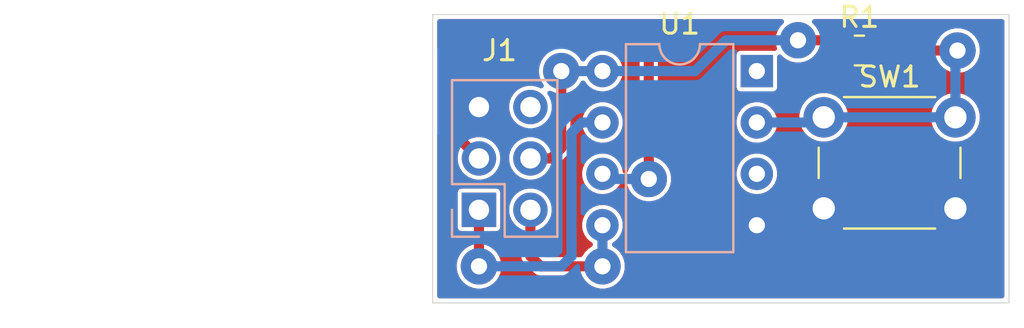
<source format=kicad_pcb>
(kicad_pcb (version 20171130) (host pcbnew 5.1.10-88a1d61d58~88~ubuntu20.10.1)

  (general
    (thickness 1.6)
    (drawings 4)
    (tracks 39)
    (zones 0)
    (modules 4)
    (nets 10)
  )

  (page A4)
  (layers
    (0 F.Cu signal)
    (31 B.Cu signal)
    (32 B.Adhes user)
    (33 F.Adhes user)
    (34 B.Paste user)
    (35 F.Paste user)
    (36 B.SilkS user)
    (37 F.SilkS user)
    (38 B.Mask user)
    (39 F.Mask user)
    (40 Dwgs.User user)
    (41 Cmts.User user)
    (42 Eco1.User user)
    (43 Eco2.User user)
    (44 Edge.Cuts user)
    (45 Margin user)
    (46 B.CrtYd user)
    (47 F.CrtYd user)
    (48 B.Fab user)
    (49 F.Fab user)
  )

  (setup
    (last_trace_width 0.5)
    (trace_clearance 0.1)
    (zone_clearance 0.2)
    (zone_45_only no)
    (trace_min 0.2)
    (via_size 1.8)
    (via_drill 0.8)
    (via_min_size 0.4)
    (via_min_drill 0.8)
    (uvia_size 0.3)
    (uvia_drill 0.1)
    (uvias_allowed no)
    (uvia_min_size 0.2)
    (uvia_min_drill 0.1)
    (edge_width 0.05)
    (segment_width 0.2)
    (pcb_text_width 0.3)
    (pcb_text_size 1.5 1.5)
    (mod_edge_width 0.12)
    (mod_text_size 1 1)
    (mod_text_width 0.15)
    (pad_size 1.524 1.524)
    (pad_drill 0.762)
    (pad_to_mask_clearance 0)
    (aux_axis_origin 0 0)
    (visible_elements FFFFFF7F)
    (pcbplotparams
      (layerselection 0x010fc_ffffffff)
      (usegerberextensions false)
      (usegerberattributes true)
      (usegerberadvancedattributes true)
      (creategerberjobfile true)
      (excludeedgelayer true)
      (linewidth 0.100000)
      (plotframeref false)
      (viasonmask false)
      (mode 1)
      (useauxorigin false)
      (hpglpennumber 1)
      (hpglpenspeed 20)
      (hpglpendiameter 15.000000)
      (psnegative false)
      (psa4output false)
      (plotreference true)
      (plotvalue true)
      (plotinvisibletext false)
      (padsonsilk false)
      (subtractmaskfromsilk false)
      (outputformat 1)
      (mirror false)
      (drillshape 1)
      (scaleselection 1)
      (outputdirectory ""))
  )

  (net 0 "")
  (net 1 GND)
  (net 2 +3V3)
  (net 3 "Net-(U1-Pad1)")
  (net 4 /SCL)
  (net 5 /SDA)
  (net 6 "Net-(J1-Pad6)")
  (net 7 /Intr)
  (net 8 "Net-(R1-Pad2)")
  (net 9 "Net-(U1-Pad3)")

  (net_class Default "This is the default net class."
    (clearance 0.1)
    (trace_width 0.5)
    (via_dia 1.8)
    (via_drill 0.8)
    (uvia_dia 0.3)
    (uvia_drill 0.1)
    (add_net +3V3)
    (add_net /Intr)
    (add_net /SCL)
    (add_net /SDA)
    (add_net GND)
    (add_net "Net-(J1-Pad6)")
    (add_net "Net-(R1-Pad2)")
    (add_net "Net-(U1-Pad1)")
    (add_net "Net-(U1-Pad3)")
  )

  (module Connector_PinHeader_2.54mm:PinHeader_2x03_P2.54mm_Vertical (layer B.Cu) (tedit 59FED5CC) (tstamp 60BE4215)
    (at 129.286 113.538)
    (descr "Through hole straight pin header, 2x03, 2.54mm pitch, double rows")
    (tags "Through hole pin header THT 2x03 2.54mm double row")
    (path /60BE041A)
    (fp_text reference J1 (at 1.016 -7.874) (layer F.SilkS)
      (effects (font (size 1 1) (thickness 0.15)))
    )
    (fp_text value Conn_02x03_Counter_Clockwise (at -11.684 -8.128) (layer F.Fab)
      (effects (font (size 1 1) (thickness 0.15)))
    )
    (fp_line (start 0 1.27) (end 3.81 1.27) (layer B.Fab) (width 0.1))
    (fp_line (start 3.81 1.27) (end 3.81 -6.35) (layer B.Fab) (width 0.1))
    (fp_line (start 3.81 -6.35) (end -1.27 -6.35) (layer B.Fab) (width 0.1))
    (fp_line (start -1.27 -6.35) (end -1.27 0) (layer B.Fab) (width 0.1))
    (fp_line (start -1.27 0) (end 0 1.27) (layer B.Fab) (width 0.1))
    (fp_line (start -1.33 -6.41) (end 3.87 -6.41) (layer B.SilkS) (width 0.12))
    (fp_line (start -1.33 -1.27) (end -1.33 -6.41) (layer B.SilkS) (width 0.12))
    (fp_line (start 3.87 1.33) (end 3.87 -6.41) (layer B.SilkS) (width 0.12))
    (fp_line (start -1.33 -1.27) (end 1.27 -1.27) (layer B.SilkS) (width 0.12))
    (fp_line (start 1.27 -1.27) (end 1.27 1.33) (layer B.SilkS) (width 0.12))
    (fp_line (start 1.27 1.33) (end 3.87 1.33) (layer B.SilkS) (width 0.12))
    (fp_line (start -1.33 0) (end -1.33 1.33) (layer B.SilkS) (width 0.12))
    (fp_line (start -1.33 1.33) (end 0 1.33) (layer B.SilkS) (width 0.12))
    (fp_line (start -1.8 1.8) (end -1.8 -6.85) (layer B.CrtYd) (width 0.05))
    (fp_line (start -1.8 -6.85) (end 4.35 -6.85) (layer B.CrtYd) (width 0.05))
    (fp_line (start 4.35 -6.85) (end 4.35 1.8) (layer B.CrtYd) (width 0.05))
    (fp_line (start 4.35 1.8) (end -1.8 1.8) (layer B.CrtYd) (width 0.05))
    (fp_text user %R (at 1.27 -2.54 -90) (layer B.Fab)
      (effects (font (size 1 1) (thickness 0.15)) (justify mirror))
    )
    (pad 1 thru_hole rect (at 0 0) (size 1.7 1.7) (drill 1) (layers *.Cu *.Mask)
      (net 4 /SCL))
    (pad 2 thru_hole oval (at 2.54 0) (size 1.7 1.7) (drill 1) (layers *.Cu *.Mask)
      (net 5 /SDA))
    (pad 3 thru_hole oval (at 0 -2.54) (size 1.7 1.7) (drill 1) (layers *.Cu *.Mask)
      (net 7 /Intr))
    (pad 4 thru_hole oval (at 2.54 -2.54) (size 1.7 1.7) (drill 1) (layers *.Cu *.Mask)
      (net 2 +3V3))
    (pad 5 thru_hole oval (at 0 -5.08) (size 1.7 1.7) (drill 1) (layers *.Cu *.Mask)
      (net 1 GND))
    (pad 6 thru_hole oval (at 2.54 -5.08) (size 1.7 1.7) (drill 1) (layers *.Cu *.Mask)
      (net 6 "Net-(J1-Pad6)"))
    (model ${KISYS3DMOD}/Connector_PinHeader_2.54mm.3dshapes/PinHeader_2x03_P2.54mm_Vertical.wrl
      (at (xyz 0 0 0))
      (scale (xyz 1 1 1))
      (rotate (xyz 0 0 0))
    )
  )

  (module Package_DIP:DIP-8_W7.62mm (layer B.Cu) (tedit 5A02E8C5) (tstamp 60B6DC4E)
    (at 143.002 106.68 180)
    (descr "8-lead though-hole mounted DIP package, row spacing 7.62 mm (300 mils)")
    (tags "THT DIP DIL PDIP 2.54mm 7.62mm 300mil")
    (path /60B6788E)
    (fp_text reference U1 (at 3.81 2.33) (layer F.SilkS)
      (effects (font (size 1 1) (thickness 0.15)))
    )
    (fp_text value ATtiny85-20PU (at 3.81 -9.95) (layer F.Fab)
      (effects (font (size 1 1) (thickness 0.15)))
    )
    (fp_line (start 8.7 1.55) (end -1.1 1.55) (layer B.CrtYd) (width 0.05))
    (fp_line (start 8.7 -9.15) (end 8.7 1.55) (layer B.CrtYd) (width 0.05))
    (fp_line (start -1.1 -9.15) (end 8.7 -9.15) (layer B.CrtYd) (width 0.05))
    (fp_line (start -1.1 1.55) (end -1.1 -9.15) (layer B.CrtYd) (width 0.05))
    (fp_line (start 6.46 1.33) (end 4.81 1.33) (layer B.SilkS) (width 0.12))
    (fp_line (start 6.46 -8.95) (end 6.46 1.33) (layer B.SilkS) (width 0.12))
    (fp_line (start 1.16 -8.95) (end 6.46 -8.95) (layer B.SilkS) (width 0.12))
    (fp_line (start 1.16 1.33) (end 1.16 -8.95) (layer B.SilkS) (width 0.12))
    (fp_line (start 2.81 1.33) (end 1.16 1.33) (layer B.SilkS) (width 0.12))
    (fp_line (start 0.635 0.27) (end 1.635 1.27) (layer B.Fab) (width 0.1))
    (fp_line (start 0.635 -8.89) (end 0.635 0.27) (layer B.Fab) (width 0.1))
    (fp_line (start 6.985 -8.89) (end 0.635 -8.89) (layer B.Fab) (width 0.1))
    (fp_line (start 6.985 1.27) (end 6.985 -8.89) (layer B.Fab) (width 0.1))
    (fp_line (start 1.635 1.27) (end 6.985 1.27) (layer B.Fab) (width 0.1))
    (fp_arc (start 3.81 1.33) (end 2.81 1.33) (angle 180) (layer B.SilkS) (width 0.12))
    (fp_text user %R (at 3.81 -3.81 90) (layer F.Fab)
      (effects (font (size 1 1) (thickness 0.15)))
    )
    (pad 1 thru_hole rect (at 0 0 180) (size 1.6 1.6) (drill 0.8) (layers *.Cu *.Mask)
      (net 3 "Net-(U1-Pad1)"))
    (pad 5 thru_hole oval (at 7.62 -7.62 180) (size 1.6 1.6) (drill 0.8) (layers *.Cu *.Mask)
      (net 5 /SDA))
    (pad 2 thru_hole oval (at 0 -2.54 180) (size 1.6 1.6) (drill 0.8) (layers *.Cu *.Mask)
      (net 8 "Net-(R1-Pad2)"))
    (pad 6 thru_hole oval (at 7.62 -5.08 180) (size 1.6 1.6) (drill 0.8) (layers *.Cu *.Mask)
      (net 7 /Intr))
    (pad 3 thru_hole oval (at 0 -5.08 180) (size 1.6 1.6) (drill 0.8) (layers *.Cu *.Mask)
      (net 9 "Net-(U1-Pad3)"))
    (pad 7 thru_hole oval (at 7.62 -2.54 180) (size 1.6 1.6) (drill 0.8) (layers *.Cu *.Mask)
      (net 4 /SCL))
    (pad 4 thru_hole oval (at 0 -7.62 180) (size 1.6 1.6) (drill 0.8) (layers *.Cu *.Mask)
      (net 1 GND))
    (pad 8 thru_hole oval (at 7.62 0 180) (size 1.6 1.6) (drill 0.8) (layers *.Cu *.Mask)
      (net 2 +3V3))
    (model ${KISYS3DMOD}/Package_DIP.3dshapes/DIP-8_W7.62mm.wrl
      (at (xyz 0 0 0))
      (scale (xyz 1 1 1))
      (rotate (xyz 0 0 0))
    )
  )

  (module Resistor_SMD:R_0805_2012Metric_Pad1.20x1.40mm_HandSolder (layer F.Cu) (tedit 5F68FEEE) (tstamp 60BE47A7)
    (at 148.066 105.664)
    (descr "Resistor SMD 0805 (2012 Metric), square (rectangular) end terminal, IPC_7351 nominal with elongated pad for handsoldering. (Body size source: IPC-SM-782 page 72, https://www.pcb-3d.com/wordpress/wp-content/uploads/ipc-sm-782a_amendment_1_and_2.pdf), generated with kicad-footprint-generator")
    (tags "resistor handsolder")
    (path /60BE5CA7)
    (attr smd)
    (fp_text reference R1 (at 0 -1.65) (layer F.SilkS)
      (effects (font (size 1 1) (thickness 0.15)))
    )
    (fp_text value 100k (at 0 1.65) (layer F.Fab)
      (effects (font (size 1 1) (thickness 0.15)))
    )
    (fp_line (start 1.85 0.95) (end -1.85 0.95) (layer F.CrtYd) (width 0.05))
    (fp_line (start 1.85 -0.95) (end 1.85 0.95) (layer F.CrtYd) (width 0.05))
    (fp_line (start -1.85 -0.95) (end 1.85 -0.95) (layer F.CrtYd) (width 0.05))
    (fp_line (start -1.85 0.95) (end -1.85 -0.95) (layer F.CrtYd) (width 0.05))
    (fp_line (start -0.227064 0.735) (end 0.227064 0.735) (layer F.SilkS) (width 0.12))
    (fp_line (start -0.227064 -0.735) (end 0.227064 -0.735) (layer F.SilkS) (width 0.12))
    (fp_line (start 1 0.625) (end -1 0.625) (layer F.Fab) (width 0.1))
    (fp_line (start 1 -0.625) (end 1 0.625) (layer F.Fab) (width 0.1))
    (fp_line (start -1 -0.625) (end 1 -0.625) (layer F.Fab) (width 0.1))
    (fp_line (start -1 0.625) (end -1 -0.625) (layer F.Fab) (width 0.1))
    (fp_text user %R (at 0 0) (layer F.Fab)
      (effects (font (size 0.5 0.5) (thickness 0.08)))
    )
    (pad 1 smd roundrect (at -1 0) (size 1.2 1.4) (layers F.Cu F.Paste F.Mask) (roundrect_rratio 0.208333)
      (net 2 +3V3))
    (pad 2 smd roundrect (at 1 0) (size 1.2 1.4) (layers F.Cu F.Paste F.Mask) (roundrect_rratio 0.208333)
      (net 8 "Net-(R1-Pad2)"))
    (model ${KISYS3DMOD}/Resistor_SMD.3dshapes/R_0805_2012Metric.wrl
      (at (xyz 0 0 0))
      (scale (xyz 1 1 1))
      (rotate (xyz 0 0 0))
    )
  )

  (module Button_Switch_THT:SW_PUSH_6mm (layer F.Cu) (tedit 5A02FE31) (tstamp 60BE48F3)
    (at 146.304 108.966)
    (descr https://www.omron.com/ecb/products/pdf/en-b3f.pdf)
    (tags "tact sw push 6mm")
    (path /60BE0F93)
    (fp_text reference SW1 (at 3.25 -2) (layer F.SilkS)
      (effects (font (size 1 1) (thickness 0.15)))
    )
    (fp_text value SW_SPST (at 3.75 6.7) (layer F.Fab)
      (effects (font (size 1 1) (thickness 0.15)))
    )
    (fp_circle (center 3.25 2.25) (end 1.25 2.5) (layer F.Fab) (width 0.1))
    (fp_line (start 6.75 3) (end 6.75 1.5) (layer F.SilkS) (width 0.12))
    (fp_line (start 5.5 -1) (end 1 -1) (layer F.SilkS) (width 0.12))
    (fp_line (start -0.25 1.5) (end -0.25 3) (layer F.SilkS) (width 0.12))
    (fp_line (start 1 5.5) (end 5.5 5.5) (layer F.SilkS) (width 0.12))
    (fp_line (start 8 -1.25) (end 8 5.75) (layer F.CrtYd) (width 0.05))
    (fp_line (start 7.75 6) (end -1.25 6) (layer F.CrtYd) (width 0.05))
    (fp_line (start -1.5 5.75) (end -1.5 -1.25) (layer F.CrtYd) (width 0.05))
    (fp_line (start -1.25 -1.5) (end 7.75 -1.5) (layer F.CrtYd) (width 0.05))
    (fp_line (start -1.5 6) (end -1.25 6) (layer F.CrtYd) (width 0.05))
    (fp_line (start -1.5 5.75) (end -1.5 6) (layer F.CrtYd) (width 0.05))
    (fp_line (start -1.5 -1.5) (end -1.25 -1.5) (layer F.CrtYd) (width 0.05))
    (fp_line (start -1.5 -1.25) (end -1.5 -1.5) (layer F.CrtYd) (width 0.05))
    (fp_line (start 8 -1.5) (end 8 -1.25) (layer F.CrtYd) (width 0.05))
    (fp_line (start 7.75 -1.5) (end 8 -1.5) (layer F.CrtYd) (width 0.05))
    (fp_line (start 8 6) (end 8 5.75) (layer F.CrtYd) (width 0.05))
    (fp_line (start 7.75 6) (end 8 6) (layer F.CrtYd) (width 0.05))
    (fp_line (start 0.25 -0.75) (end 3.25 -0.75) (layer F.Fab) (width 0.1))
    (fp_line (start 0.25 5.25) (end 0.25 -0.75) (layer F.Fab) (width 0.1))
    (fp_line (start 6.25 5.25) (end 0.25 5.25) (layer F.Fab) (width 0.1))
    (fp_line (start 6.25 -0.75) (end 6.25 5.25) (layer F.Fab) (width 0.1))
    (fp_line (start 3.25 -0.75) (end 6.25 -0.75) (layer F.Fab) (width 0.1))
    (fp_text user %R (at 3.25 2.25) (layer F.Fab)
      (effects (font (size 1 1) (thickness 0.15)))
    )
    (pad 2 thru_hole circle (at 0 4.5 90) (size 2 2) (drill 1.1) (layers *.Cu *.Mask)
      (net 1 GND))
    (pad 1 thru_hole circle (at 0 0 90) (size 2 2) (drill 1.1) (layers *.Cu *.Mask)
      (net 8 "Net-(R1-Pad2)"))
    (pad 2 thru_hole circle (at 6.5 4.5 90) (size 2 2) (drill 1.1) (layers *.Cu *.Mask)
      (net 1 GND))
    (pad 1 thru_hole circle (at 6.5 0 90) (size 2 2) (drill 1.1) (layers *.Cu *.Mask)
      (net 8 "Net-(R1-Pad2)"))
    (model ${KISYS3DMOD}/Button_Switch_THT.3dshapes/SW_PUSH_6mm.wrl
      (at (xyz 0 0 0))
      (scale (xyz 1 1 1))
      (rotate (xyz 0 0 0))
    )
  )

  (gr_line (start 155.448 103.886) (end 155.448 118.14) (layer Edge.Cuts) (width 0.05) (tstamp 60BE3C48))
  (gr_line (start 127 103.886) (end 127 118.14) (layer Edge.Cuts) (width 0.05) (tstamp 60B6E1AC))
  (gr_line (start 127 103.886) (end 155.448 103.886) (layer Edge.Cuts) (width 0.05) (tstamp 60B6E1A5))
  (gr_line (start 155.448 118.14) (end 127 118.14) (layer Edge.Cuts) (width 0.05) (tstamp 60B6E1A4))

  (segment (start 131.826 110.998) (end 132.842 110.998) (width 0.5) (layer F.Cu) (net 2) (status 10))
  (via (at 133.35 106.68) (size 1.8) (drill 0.8) (layers F.Cu B.Cu) (net 2))
  (segment (start 133.35 110.49) (end 133.35 106.68) (width 0.5) (layer F.Cu) (net 2))
  (segment (start 132.842 110.998) (end 133.35 110.49) (width 0.5) (layer F.Cu) (net 2))
  (segment (start 133.35 106.68) (end 135.382 106.68) (width 0.5) (layer B.Cu) (net 2) (status 20))
  (segment (start 135.382 106.68) (end 139.954 106.68) (width 0.5) (layer B.Cu) (net 2))
  (via (at 145.034 105.156) (size 1.8) (drill 0.8) (layers F.Cu B.Cu) (net 2))
  (segment (start 141.478 105.156) (end 145.034 105.156) (width 0.5) (layer B.Cu) (net 2))
  (segment (start 139.954 106.68) (end 141.478 105.156) (width 0.5) (layer B.Cu) (net 2))
  (segment (start 146.558 105.156) (end 147.066 105.664) (width 0.5) (layer F.Cu) (net 2))
  (segment (start 145.034 105.156) (end 146.558 105.156) (width 0.5) (layer F.Cu) (net 2))
  (via (at 129.286 116.332) (size 1.8) (drill 0.8) (layers F.Cu B.Cu) (net 4))
  (segment (start 129.286 113.538) (end 129.286 116.332) (width 0.5) (layer F.Cu) (net 4) (status 10))
  (segment (start 129.286 116.332) (end 133.35 116.332) (width 0.5) (layer B.Cu) (net 4))
  (segment (start 133.35 116.332) (end 133.858 115.824) (width 0.5) (layer B.Cu) (net 4))
  (segment (start 133.858 115.824) (end 133.858 109.728) (width 0.5) (layer B.Cu) (net 4))
  (segment (start 134.366 109.22) (end 135.382 109.22) (width 0.5) (layer B.Cu) (net 4) (status 20))
  (segment (start 133.858 109.728) (end 134.366 109.22) (width 0.5) (layer B.Cu) (net 4))
  (via (at 135.382 116.332) (size 1.8) (drill 0.8) (layers F.Cu B.Cu) (net 5))
  (segment (start 131.826 115.824) (end 132.334 116.332) (width 0.5) (layer F.Cu) (net 5))
  (segment (start 131.826 113.538) (end 131.826 115.824) (width 0.5) (layer F.Cu) (net 5) (status 10))
  (segment (start 135.382 116.332) (end 135.382 114.3) (width 0.5) (layer B.Cu) (net 5) (status 20))
  (segment (start 132.334 116.332) (end 135.382 116.332) (width 0.5) (layer F.Cu) (net 5))
  (segment (start 129.286 110.998) (end 127.762 109.474) (width 0.5) (layer F.Cu) (net 7))
  (segment (start 127.762 109.474) (end 127.762 105.918) (width 0.5) (layer F.Cu) (net 7))
  (segment (start 127.762 105.918) (end 128.524 105.156) (width 0.5) (layer F.Cu) (net 7))
  (segment (start 128.524 105.156) (end 137.16 105.156) (width 0.5) (layer F.Cu) (net 7))
  (via (at 137.668 112.014) (size 1.8) (drill 0.8) (layers F.Cu B.Cu) (net 7))
  (segment (start 137.668 105.664) (end 137.668 112.014) (width 0.5) (layer F.Cu) (net 7))
  (segment (start 137.16 105.156) (end 137.668 105.664) (width 0.5) (layer F.Cu) (net 7))
  (segment (start 135.636 112.014) (end 135.382 111.76) (width 0.5) (layer B.Cu) (net 7))
  (segment (start 137.668 112.014) (end 135.636 112.014) (width 0.5) (layer B.Cu) (net 7))
  (segment (start 146.05 109.22) (end 146.304 108.966) (width 0.5) (layer B.Cu) (net 8))
  (segment (start 143.002 109.22) (end 146.05 109.22) (width 0.5) (layer B.Cu) (net 8))
  (segment (start 146.304 108.966) (end 152.804 108.966) (width 0.5) (layer B.Cu) (net 8))
  (segment (start 149.066 105.664) (end 152.908006 105.664) (width 0.5) (layer F.Cu) (net 8))
  (via (at 152.908006 105.664) (size 1.8) (drill 0.8) (layers F.Cu B.Cu) (net 8))
  (segment (start 152.804 108.966) (end 152.804 105.768006) (width 0.5) (layer B.Cu) (net 8))
  (segment (start 152.804 105.768006) (end 152.908006 105.664) (width 0.5) (layer B.Cu) (net 8))

  (zone (net 1) (net_name GND) (layer F.Cu) (tstamp 60B6E1DE) (hatch edge 0.508)
    (connect_pads (clearance 0.2))
    (min_thickness 0.254)
    (fill yes (arc_segments 32) (thermal_gap 0) (thermal_bridge_width 0.508))
    (polygon
      (pts
        (xy 156.21 118.872) (xy 126.492 118.872) (xy 126.492 103.632) (xy 156.21 103.378)
      )
    )
    (filled_polygon
      (pts
        (xy 144.080927 104.373833) (xy 143.946647 104.574798) (xy 143.854153 104.798097) (xy 143.807 105.035151) (xy 143.807 105.276849)
        (xy 143.854153 105.513903) (xy 143.873199 105.559885) (xy 143.866103 105.557732) (xy 143.802 105.551418) (xy 142.202 105.551418)
        (xy 142.137897 105.557732) (xy 142.076257 105.57643) (xy 142.01945 105.606794) (xy 141.969657 105.647657) (xy 141.928794 105.69745)
        (xy 141.89843 105.754257) (xy 141.879732 105.815897) (xy 141.873418 105.88) (xy 141.873418 107.48) (xy 141.879732 107.544103)
        (xy 141.89843 107.605743) (xy 141.928794 107.66255) (xy 141.969657 107.712343) (xy 142.01945 107.753206) (xy 142.076257 107.78357)
        (xy 142.137897 107.802268) (xy 142.202 107.808582) (xy 143.802 107.808582) (xy 143.866103 107.802268) (xy 143.927743 107.78357)
        (xy 143.98455 107.753206) (xy 144.034343 107.712343) (xy 144.075206 107.66255) (xy 144.10557 107.605743) (xy 144.124268 107.544103)
        (xy 144.130582 107.48) (xy 144.130582 105.987822) (xy 144.251833 106.109073) (xy 144.452798 106.243353) (xy 144.676097 106.335847)
        (xy 144.913151 106.383) (xy 145.154849 106.383) (xy 145.391903 106.335847) (xy 145.615202 106.243353) (xy 145.816167 106.109073)
        (xy 145.987073 105.938167) (xy 146.121353 105.737202) (xy 146.123094 105.733) (xy 146.137418 105.733) (xy 146.137418 106.114001)
        (xy 146.148535 106.226877) (xy 146.18146 106.335414) (xy 146.234926 106.435443) (xy 146.30688 106.52312) (xy 146.394557 106.595074)
        (xy 146.494586 106.64854) (xy 146.603123 106.681465) (xy 146.715999 106.692582) (xy 147.416001 106.692582) (xy 147.528877 106.681465)
        (xy 147.637414 106.64854) (xy 147.737443 106.595074) (xy 147.82512 106.52312) (xy 147.897074 106.435443) (xy 147.95054 106.335414)
        (xy 147.983465 106.226877) (xy 147.994582 106.114001) (xy 147.994582 105.213999) (xy 148.137418 105.213999) (xy 148.137418 106.114001)
        (xy 148.148535 106.226877) (xy 148.18146 106.335414) (xy 148.234926 106.435443) (xy 148.30688 106.52312) (xy 148.394557 106.595074)
        (xy 148.494586 106.64854) (xy 148.603123 106.681465) (xy 148.715999 106.692582) (xy 149.416001 106.692582) (xy 149.528877 106.681465)
        (xy 149.637414 106.64854) (xy 149.737443 106.595074) (xy 149.82512 106.52312) (xy 149.897074 106.435443) (xy 149.95054 106.335414)
        (xy 149.979181 106.241) (xy 151.818912 106.241) (xy 151.820653 106.245202) (xy 151.954933 106.446167) (xy 152.125839 106.617073)
        (xy 152.326804 106.751353) (xy 152.550103 106.843847) (xy 152.787157 106.891) (xy 153.028855 106.891) (xy 153.265909 106.843847)
        (xy 153.489208 106.751353) (xy 153.690173 106.617073) (xy 153.861079 106.446167) (xy 153.995359 106.245202) (xy 154.087853 106.021903)
        (xy 154.135006 105.784849) (xy 154.135006 105.543151) (xy 154.087853 105.306097) (xy 153.995359 105.082798) (xy 153.861079 104.881833)
        (xy 153.690173 104.710927) (xy 153.489208 104.576647) (xy 153.265909 104.484153) (xy 153.028855 104.437) (xy 152.787157 104.437)
        (xy 152.550103 104.484153) (xy 152.326804 104.576647) (xy 152.125839 104.710927) (xy 151.954933 104.881833) (xy 151.820653 105.082798)
        (xy 151.818912 105.087) (xy 149.979181 105.087) (xy 149.95054 104.992586) (xy 149.897074 104.892557) (xy 149.82512 104.80488)
        (xy 149.737443 104.732926) (xy 149.637414 104.67946) (xy 149.528877 104.646535) (xy 149.416001 104.635418) (xy 148.715999 104.635418)
        (xy 148.603123 104.646535) (xy 148.494586 104.67946) (xy 148.394557 104.732926) (xy 148.30688 104.80488) (xy 148.234926 104.892557)
        (xy 148.18146 104.992586) (xy 148.148535 105.101123) (xy 148.137418 105.213999) (xy 147.994582 105.213999) (xy 147.983465 105.101123)
        (xy 147.95054 104.992586) (xy 147.897074 104.892557) (xy 147.82512 104.80488) (xy 147.737443 104.732926) (xy 147.637414 104.67946)
        (xy 147.528877 104.646535) (xy 147.416001 104.635418) (xy 146.80808 104.635418) (xy 146.779876 104.620343) (xy 146.71577 104.600897)
        (xy 146.671111 104.587349) (xy 146.616045 104.581926) (xy 146.586336 104.579) (xy 146.586331 104.579) (xy 146.558 104.57621)
        (xy 146.529669 104.579) (xy 146.123094 104.579) (xy 146.121353 104.574798) (xy 145.987073 104.373833) (xy 145.85124 104.238)
        (xy 155.096 104.238) (xy 155.096001 117.788) (xy 127.352 117.788) (xy 127.352 116.211151) (xy 128.059 116.211151)
        (xy 128.059 116.452849) (xy 128.106153 116.689903) (xy 128.198647 116.913202) (xy 128.332927 117.114167) (xy 128.503833 117.285073)
        (xy 128.704798 117.419353) (xy 128.928097 117.511847) (xy 129.165151 117.559) (xy 129.406849 117.559) (xy 129.643903 117.511847)
        (xy 129.867202 117.419353) (xy 130.068167 117.285073) (xy 130.239073 117.114167) (xy 130.373353 116.913202) (xy 130.465847 116.689903)
        (xy 130.513 116.452849) (xy 130.513 116.211151) (xy 130.465847 115.974097) (xy 130.373353 115.750798) (xy 130.239073 115.549833)
        (xy 130.068167 115.378927) (xy 129.867202 115.244647) (xy 129.863 115.242906) (xy 129.863 114.716582) (xy 130.136 114.716582)
        (xy 130.200103 114.710268) (xy 130.261743 114.69157) (xy 130.31855 114.661206) (xy 130.368343 114.620343) (xy 130.409206 114.57055)
        (xy 130.43957 114.513743) (xy 130.458268 114.452103) (xy 130.464582 114.388) (xy 130.464582 113.422076) (xy 130.649 113.422076)
        (xy 130.649 113.653924) (xy 130.694231 113.881318) (xy 130.782956 114.095519) (xy 130.911764 114.288294) (xy 131.075706 114.452236)
        (xy 131.249 114.568028) (xy 131.249001 115.795659) (xy 131.24621 115.824) (xy 131.257349 115.937111) (xy 131.279426 116.009885)
        (xy 131.290344 116.045876) (xy 131.343922 116.146115) (xy 131.37484 116.183788) (xy 131.397963 116.211964) (xy 131.397966 116.211967)
        (xy 131.416027 116.233974) (xy 131.438034 116.252035) (xy 131.905961 116.719962) (xy 131.924026 116.741974) (xy 132.011885 116.814079)
        (xy 132.112124 116.867657) (xy 132.220888 116.90065) (xy 132.305664 116.909) (xy 132.30567 116.909) (xy 132.333999 116.91179)
        (xy 132.362328 116.909) (xy 134.292906 116.909) (xy 134.294647 116.913202) (xy 134.428927 117.114167) (xy 134.599833 117.285073)
        (xy 134.800798 117.419353) (xy 135.024097 117.511847) (xy 135.261151 117.559) (xy 135.502849 117.559) (xy 135.739903 117.511847)
        (xy 135.963202 117.419353) (xy 136.164167 117.285073) (xy 136.335073 117.114167) (xy 136.469353 116.913202) (xy 136.561847 116.689903)
        (xy 136.609 116.452849) (xy 136.609 116.211151) (xy 136.561847 115.974097) (xy 136.469353 115.750798) (xy 136.335073 115.549833)
        (xy 136.164167 115.378927) (xy 135.979992 115.255866) (xy 136.100421 115.175398) (xy 136.257398 115.018421) (xy 136.380734 114.833835)
        (xy 136.46569 114.628734) (xy 136.477555 114.569084) (xy 142.114913 114.569084) (xy 142.184458 114.736999) (xy 142.285421 114.888097)
        (xy 142.413922 115.016594) (xy 142.565022 115.117553) (xy 142.732915 115.187094) (xy 142.875 115.186517) (xy 142.875 114.427)
        (xy 143.129 114.427) (xy 143.129 115.186517) (xy 143.271085 115.187094) (xy 143.438978 115.117553) (xy 143.590078 115.016594)
        (xy 143.718579 114.888097) (xy 143.819542 114.736999) (xy 143.889087 114.569084) (xy 143.888196 114.427) (xy 143.129 114.427)
        (xy 142.875 114.427) (xy 142.115804 114.427) (xy 142.114913 114.569084) (xy 136.477555 114.569084) (xy 136.509 114.411)
        (xy 136.509 114.328919) (xy 145.620686 114.328919) (xy 145.745306 114.451043) (xy 145.948213 114.541111) (xy 146.164793 114.589864)
        (xy 146.386723 114.595428) (xy 146.605474 114.557588) (xy 146.81264 114.477798) (xy 146.862694 114.451043) (xy 146.987314 114.328919)
        (xy 152.120686 114.328919) (xy 152.245306 114.451043) (xy 152.448213 114.541111) (xy 152.664793 114.589864) (xy 152.886723 114.595428)
        (xy 153.105474 114.557588) (xy 153.31264 114.477798) (xy 153.362694 114.451043) (xy 153.487314 114.328919) (xy 152.804 113.645605)
        (xy 152.120686 114.328919) (xy 146.987314 114.328919) (xy 146.304 113.645605) (xy 145.620686 114.328919) (xy 136.509 114.328919)
        (xy 136.509 114.189) (xy 136.477556 114.030916) (xy 142.114913 114.030916) (xy 142.115804 114.173) (xy 142.875 114.173)
        (xy 142.875 113.413483) (xy 143.129 113.413483) (xy 143.129 114.173) (xy 143.888196 114.173) (xy 143.889087 114.030916)
        (xy 143.819542 113.863001) (xy 143.718579 113.711903) (xy 143.590078 113.583406) (xy 143.53817 113.548723) (xy 145.174572 113.548723)
        (xy 145.212412 113.767474) (xy 145.292202 113.97464) (xy 145.318957 114.024694) (xy 145.441081 114.149314) (xy 146.124395 113.466)
        (xy 146.483605 113.466) (xy 147.166919 114.149314) (xy 147.289043 114.024694) (xy 147.379111 113.821787) (xy 147.427864 113.605207)
        (xy 147.42928 113.548723) (xy 151.674572 113.548723) (xy 151.712412 113.767474) (xy 151.792202 113.97464) (xy 151.818957 114.024694)
        (xy 151.941081 114.149314) (xy 152.624395 113.466) (xy 152.983605 113.466) (xy 153.666919 114.149314) (xy 153.789043 114.024694)
        (xy 153.879111 113.821787) (xy 153.927864 113.605207) (xy 153.933428 113.383277) (xy 153.895588 113.164526) (xy 153.815798 112.95736)
        (xy 153.789043 112.907306) (xy 153.666919 112.782686) (xy 152.983605 113.466) (xy 152.624395 113.466) (xy 151.941081 112.782686)
        (xy 151.818957 112.907306) (xy 151.728889 113.110213) (xy 151.680136 113.326793) (xy 151.674572 113.548723) (xy 147.42928 113.548723)
        (xy 147.433428 113.383277) (xy 147.395588 113.164526) (xy 147.315798 112.95736) (xy 147.289043 112.907306) (xy 147.166919 112.782686)
        (xy 146.483605 113.466) (xy 146.124395 113.466) (xy 145.441081 112.782686) (xy 145.318957 112.907306) (xy 145.228889 113.110213)
        (xy 145.180136 113.326793) (xy 145.174572 113.548723) (xy 143.53817 113.548723) (xy 143.438978 113.482447) (xy 143.271085 113.412906)
        (xy 143.129 113.413483) (xy 142.875 113.413483) (xy 142.732915 113.412906) (xy 142.565022 113.482447) (xy 142.413922 113.583406)
        (xy 142.285421 113.711903) (xy 142.184458 113.863001) (xy 142.114913 114.030916) (xy 136.477556 114.030916) (xy 136.46569 113.971266)
        (xy 136.380734 113.766165) (xy 136.257398 113.581579) (xy 136.100421 113.424602) (xy 135.915835 113.301266) (xy 135.710734 113.21631)
        (xy 135.493 113.173) (xy 135.271 113.173) (xy 135.053266 113.21631) (xy 134.848165 113.301266) (xy 134.663579 113.424602)
        (xy 134.506602 113.581579) (xy 134.383266 113.766165) (xy 134.29831 113.971266) (xy 134.255 114.189) (xy 134.255 114.411)
        (xy 134.29831 114.628734) (xy 134.383266 114.833835) (xy 134.506602 115.018421) (xy 134.663579 115.175398) (xy 134.784008 115.255866)
        (xy 134.599833 115.378927) (xy 134.428927 115.549833) (xy 134.294647 115.750798) (xy 134.292906 115.755) (xy 132.573001 115.755)
        (xy 132.403 115.584999) (xy 132.403 114.568027) (xy 132.576294 114.452236) (xy 132.740236 114.288294) (xy 132.869044 114.095519)
        (xy 132.957769 113.881318) (xy 133.003 113.653924) (xy 133.003 113.422076) (xy 132.957769 113.194682) (xy 132.869044 112.980481)
        (xy 132.740236 112.787706) (xy 132.576294 112.623764) (xy 132.383519 112.494956) (xy 132.169318 112.406231) (xy 131.941924 112.361)
        (xy 131.710076 112.361) (xy 131.482682 112.406231) (xy 131.268481 112.494956) (xy 131.075706 112.623764) (xy 130.911764 112.787706)
        (xy 130.782956 112.980481) (xy 130.694231 113.194682) (xy 130.649 113.422076) (xy 130.464582 113.422076) (xy 130.464582 112.688)
        (xy 130.458268 112.623897) (xy 130.43957 112.562257) (xy 130.409206 112.50545) (xy 130.368343 112.455657) (xy 130.31855 112.414794)
        (xy 130.261743 112.38443) (xy 130.200103 112.365732) (xy 130.136 112.359418) (xy 128.436 112.359418) (xy 128.371897 112.365732)
        (xy 128.310257 112.38443) (xy 128.25345 112.414794) (xy 128.203657 112.455657) (xy 128.162794 112.50545) (xy 128.13243 112.562257)
        (xy 128.113732 112.623897) (xy 128.107418 112.688) (xy 128.107418 114.388) (xy 128.113732 114.452103) (xy 128.13243 114.513743)
        (xy 128.162794 114.57055) (xy 128.203657 114.620343) (xy 128.25345 114.661206) (xy 128.310257 114.69157) (xy 128.371897 114.710268)
        (xy 128.436 114.716582) (xy 128.709 114.716582) (xy 128.709001 115.242906) (xy 128.704798 115.244647) (xy 128.503833 115.378927)
        (xy 128.332927 115.549833) (xy 128.198647 115.750798) (xy 128.106153 115.974097) (xy 128.059 116.211151) (xy 127.352 116.211151)
        (xy 127.352 109.883942) (xy 127.352026 109.883974) (xy 127.374038 109.902039) (xy 128.14966 110.677661) (xy 128.109 110.882076)
        (xy 128.109 111.113924) (xy 128.154231 111.341318) (xy 128.242956 111.555519) (xy 128.371764 111.748294) (xy 128.535706 111.912236)
        (xy 128.728481 112.041044) (xy 128.942682 112.129769) (xy 129.170076 112.175) (xy 129.401924 112.175) (xy 129.629318 112.129769)
        (xy 129.843519 112.041044) (xy 130.036294 111.912236) (xy 130.200236 111.748294) (xy 130.329044 111.555519) (xy 130.417769 111.341318)
        (xy 130.463 111.113924) (xy 130.463 110.882076) (xy 130.417769 110.654682) (xy 130.329044 110.440481) (xy 130.200236 110.247706)
        (xy 130.036294 110.083764) (xy 129.843519 109.954956) (xy 129.629318 109.866231) (xy 129.401924 109.821) (xy 129.170076 109.821)
        (xy 128.965661 109.86166) (xy 128.339 109.234999) (xy 128.339 108.585002) (xy 128.34932 108.585002) (xy 128.349084 108.734976)
        (xy 128.353096 108.748229) (xy 128.427642 108.924653) (xy 128.535175 109.083144) (xy 128.671561 109.217611) (xy 128.83156 109.322886)
        (xy 129.009023 109.394924) (xy 129.159 109.394968) (xy 129.159 108.585) (xy 129.413 108.585) (xy 129.413 109.394968)
        (xy 129.562977 109.394924) (xy 129.74044 109.322886) (xy 129.900439 109.217611) (xy 130.036825 109.083144) (xy 130.144358 108.924653)
        (xy 130.218904 108.748229) (xy 130.222916 108.734976) (xy 130.22268 108.585) (xy 129.413 108.585) (xy 129.159 108.585)
        (xy 129.139 108.585) (xy 129.139 108.331) (xy 129.159 108.331) (xy 129.413 108.331) (xy 130.22268 108.331)
        (xy 130.222916 108.181024) (xy 130.218904 108.167771) (xy 130.144358 107.991347) (xy 130.036825 107.832856) (xy 129.900439 107.698389)
        (xy 129.74044 107.593114) (xy 129.562977 107.521076) (xy 129.413 107.521032) (xy 129.413 108.331) (xy 129.159 108.331)
        (xy 129.159 107.521032) (xy 129.009023 107.521076) (xy 128.83156 107.593114) (xy 128.671561 107.698389) (xy 128.535175 107.832856)
        (xy 128.427642 107.991347) (xy 128.353096 108.167771) (xy 128.349084 108.181024) (xy 128.34932 108.330998) (xy 128.339 108.330998)
        (xy 128.339 106.157001) (xy 128.763001 105.733) (xy 132.56176 105.733) (xy 132.396927 105.897833) (xy 132.262647 106.098798)
        (xy 132.170153 106.322097) (xy 132.123 106.559151) (xy 132.123 106.800849) (xy 132.170153 107.037903) (xy 132.262647 107.261202)
        (xy 132.358441 107.404568) (xy 132.169318 107.326231) (xy 131.941924 107.281) (xy 131.710076 107.281) (xy 131.482682 107.326231)
        (xy 131.268481 107.414956) (xy 131.075706 107.543764) (xy 130.911764 107.707706) (xy 130.782956 107.900481) (xy 130.694231 108.114682)
        (xy 130.649 108.342076) (xy 130.649 108.573924) (xy 130.694231 108.801318) (xy 130.782956 109.015519) (xy 130.911764 109.208294)
        (xy 131.075706 109.372236) (xy 131.268481 109.501044) (xy 131.482682 109.589769) (xy 131.710076 109.635) (xy 131.941924 109.635)
        (xy 132.169318 109.589769) (xy 132.383519 109.501044) (xy 132.576294 109.372236) (xy 132.740236 109.208294) (xy 132.773 109.159259)
        (xy 132.773 110.250999) (xy 132.754678 110.269321) (xy 132.740236 110.247706) (xy 132.576294 110.083764) (xy 132.383519 109.954956)
        (xy 132.169318 109.866231) (xy 131.941924 109.821) (xy 131.710076 109.821) (xy 131.482682 109.866231) (xy 131.268481 109.954956)
        (xy 131.075706 110.083764) (xy 130.911764 110.247706) (xy 130.782956 110.440481) (xy 130.694231 110.654682) (xy 130.649 110.882076)
        (xy 130.649 111.113924) (xy 130.694231 111.341318) (xy 130.782956 111.555519) (xy 130.911764 111.748294) (xy 131.075706 111.912236)
        (xy 131.268481 112.041044) (xy 131.482682 112.129769) (xy 131.710076 112.175) (xy 131.941924 112.175) (xy 132.169318 112.129769)
        (xy 132.383519 112.041044) (xy 132.576294 111.912236) (xy 132.740236 111.748294) (xy 132.85502 111.576508) (xy 132.870331 111.575)
        (xy 132.870336 111.575) (xy 132.900045 111.572074) (xy 132.955111 111.566651) (xy 132.99977 111.553103) (xy 133.063876 111.533657)
        (xy 133.164115 111.480079) (xy 133.251974 111.407974) (xy 133.270039 111.385962) (xy 133.737963 110.918038) (xy 133.759974 110.899974)
        (xy 133.832079 110.812115) (xy 133.885657 110.711876) (xy 133.91865 110.603112) (xy 133.927 110.518336) (xy 133.927 110.51833)
        (xy 133.92979 110.490001) (xy 133.927 110.461672) (xy 133.927 109.109) (xy 134.255 109.109) (xy 134.255 109.331)
        (xy 134.29831 109.548734) (xy 134.383266 109.753835) (xy 134.506602 109.938421) (xy 134.663579 110.095398) (xy 134.848165 110.218734)
        (xy 135.053266 110.30369) (xy 135.271 110.347) (xy 135.493 110.347) (xy 135.710734 110.30369) (xy 135.915835 110.218734)
        (xy 136.100421 110.095398) (xy 136.257398 109.938421) (xy 136.380734 109.753835) (xy 136.46569 109.548734) (xy 136.509 109.331)
        (xy 136.509 109.109) (xy 136.46569 108.891266) (xy 136.380734 108.686165) (xy 136.257398 108.501579) (xy 136.100421 108.344602)
        (xy 135.915835 108.221266) (xy 135.710734 108.13631) (xy 135.493 108.093) (xy 135.271 108.093) (xy 135.053266 108.13631)
        (xy 134.848165 108.221266) (xy 134.663579 108.344602) (xy 134.506602 108.501579) (xy 134.383266 108.686165) (xy 134.29831 108.891266)
        (xy 134.255 109.109) (xy 133.927 109.109) (xy 133.927 107.769094) (xy 133.931202 107.767353) (xy 134.132167 107.633073)
        (xy 134.303073 107.462167) (xy 134.426134 107.277992) (xy 134.506602 107.398421) (xy 134.663579 107.555398) (xy 134.848165 107.678734)
        (xy 135.053266 107.76369) (xy 135.271 107.807) (xy 135.493 107.807) (xy 135.710734 107.76369) (xy 135.915835 107.678734)
        (xy 136.100421 107.555398) (xy 136.257398 107.398421) (xy 136.380734 107.213835) (xy 136.46569 107.008734) (xy 136.509 106.791)
        (xy 136.509 106.569) (xy 136.46569 106.351266) (xy 136.380734 106.146165) (xy 136.257398 105.961579) (xy 136.100421 105.804602)
        (xy 135.993261 105.733) (xy 136.920999 105.733) (xy 137.091 105.903001) (xy 137.091001 110.924906) (xy 137.086798 110.926647)
        (xy 136.885833 111.060927) (xy 136.714927 111.231833) (xy 136.580647 111.432798) (xy 136.50319 111.619794) (xy 136.46569 111.431266)
        (xy 136.380734 111.226165) (xy 136.257398 111.041579) (xy 136.100421 110.884602) (xy 135.915835 110.761266) (xy 135.710734 110.67631)
        (xy 135.493 110.633) (xy 135.271 110.633) (xy 135.053266 110.67631) (xy 134.848165 110.761266) (xy 134.663579 110.884602)
        (xy 134.506602 111.041579) (xy 134.383266 111.226165) (xy 134.29831 111.431266) (xy 134.255 111.649) (xy 134.255 111.871)
        (xy 134.29831 112.088734) (xy 134.383266 112.293835) (xy 134.506602 112.478421) (xy 134.663579 112.635398) (xy 134.848165 112.758734)
        (xy 135.053266 112.84369) (xy 135.271 112.887) (xy 135.493 112.887) (xy 135.710734 112.84369) (xy 135.915835 112.758734)
        (xy 136.100421 112.635398) (xy 136.257398 112.478421) (xy 136.380734 112.293835) (xy 136.442813 112.143964) (xy 136.488153 112.371903)
        (xy 136.580647 112.595202) (xy 136.714927 112.796167) (xy 136.885833 112.967073) (xy 137.086798 113.101353) (xy 137.310097 113.193847)
        (xy 137.547151 113.241) (xy 137.788849 113.241) (xy 138.025903 113.193847) (xy 138.249202 113.101353) (xy 138.450167 112.967073)
        (xy 138.621073 112.796167) (xy 138.755353 112.595202) (xy 138.847847 112.371903) (xy 138.895 112.134849) (xy 138.895 111.893151)
        (xy 138.847847 111.656097) (xy 138.844908 111.649) (xy 141.875 111.649) (xy 141.875 111.871) (xy 141.91831 112.088734)
        (xy 142.003266 112.293835) (xy 142.126602 112.478421) (xy 142.283579 112.635398) (xy 142.468165 112.758734) (xy 142.673266 112.84369)
        (xy 142.891 112.887) (xy 143.113 112.887) (xy 143.330734 112.84369) (xy 143.535835 112.758734) (xy 143.720421 112.635398)
        (xy 143.752738 112.603081) (xy 145.620686 112.603081) (xy 146.304 113.286395) (xy 146.987314 112.603081) (xy 152.120686 112.603081)
        (xy 152.804 113.286395) (xy 153.487314 112.603081) (xy 153.362694 112.480957) (xy 153.159787 112.390889) (xy 152.943207 112.342136)
        (xy 152.721277 112.336572) (xy 152.502526 112.374412) (xy 152.29536 112.454202) (xy 152.245306 112.480957) (xy 152.120686 112.603081)
        (xy 146.987314 112.603081) (xy 146.862694 112.480957) (xy 146.659787 112.390889) (xy 146.443207 112.342136) (xy 146.221277 112.336572)
        (xy 146.002526 112.374412) (xy 145.79536 112.454202) (xy 145.745306 112.480957) (xy 145.620686 112.603081) (xy 143.752738 112.603081)
        (xy 143.877398 112.478421) (xy 144.000734 112.293835) (xy 144.08569 112.088734) (xy 144.129 111.871) (xy 144.129 111.649)
        (xy 144.08569 111.431266) (xy 144.000734 111.226165) (xy 143.877398 111.041579) (xy 143.720421 110.884602) (xy 143.535835 110.761266)
        (xy 143.330734 110.67631) (xy 143.113 110.633) (xy 142.891 110.633) (xy 142.673266 110.67631) (xy 142.468165 110.761266)
        (xy 142.283579 110.884602) (xy 142.126602 111.041579) (xy 142.003266 111.226165) (xy 141.91831 111.431266) (xy 141.875 111.649)
        (xy 138.844908 111.649) (xy 138.755353 111.432798) (xy 138.621073 111.231833) (xy 138.450167 111.060927) (xy 138.249202 110.926647)
        (xy 138.245 110.924906) (xy 138.245 109.109) (xy 141.875 109.109) (xy 141.875 109.331) (xy 141.91831 109.548734)
        (xy 142.003266 109.753835) (xy 142.126602 109.938421) (xy 142.283579 110.095398) (xy 142.468165 110.218734) (xy 142.673266 110.30369)
        (xy 142.891 110.347) (xy 143.113 110.347) (xy 143.330734 110.30369) (xy 143.535835 110.218734) (xy 143.720421 110.095398)
        (xy 143.877398 109.938421) (xy 144.000734 109.753835) (xy 144.08569 109.548734) (xy 144.129 109.331) (xy 144.129 109.109)
        (xy 144.08569 108.891266) (xy 144.062509 108.835302) (xy 144.977 108.835302) (xy 144.977 109.096698) (xy 145.027996 109.353072)
        (xy 145.128028 109.59457) (xy 145.273252 109.811913) (xy 145.458087 109.996748) (xy 145.67543 110.141972) (xy 145.916928 110.242004)
        (xy 146.173302 110.293) (xy 146.434698 110.293) (xy 146.691072 110.242004) (xy 146.93257 110.141972) (xy 147.149913 109.996748)
        (xy 147.334748 109.811913) (xy 147.479972 109.59457) (xy 147.580004 109.353072) (xy 147.631 109.096698) (xy 147.631 108.835302)
        (xy 151.477 108.835302) (xy 151.477 109.096698) (xy 151.527996 109.353072) (xy 151.628028 109.59457) (xy 151.773252 109.811913)
        (xy 151.958087 109.996748) (xy 152.17543 110.141972) (xy 152.416928 110.242004) (xy 152.673302 110.293) (xy 152.934698 110.293)
        (xy 153.191072 110.242004) (xy 153.43257 110.141972) (xy 153.649913 109.996748) (xy 153.834748 109.811913) (xy 153.979972 109.59457)
        (xy 154.080004 109.353072) (xy 154.131 109.096698) (xy 154.131 108.835302) (xy 154.080004 108.578928) (xy 153.979972 108.33743)
        (xy 153.834748 108.120087) (xy 153.649913 107.935252) (xy 153.43257 107.790028) (xy 153.191072 107.689996) (xy 152.934698 107.639)
        (xy 152.673302 107.639) (xy 152.416928 107.689996) (xy 152.17543 107.790028) (xy 151.958087 107.935252) (xy 151.773252 108.120087)
        (xy 151.628028 108.33743) (xy 151.527996 108.578928) (xy 151.477 108.835302) (xy 147.631 108.835302) (xy 147.580004 108.578928)
        (xy 147.479972 108.33743) (xy 147.334748 108.120087) (xy 147.149913 107.935252) (xy 146.93257 107.790028) (xy 146.691072 107.689996)
        (xy 146.434698 107.639) (xy 146.173302 107.639) (xy 145.916928 107.689996) (xy 145.67543 107.790028) (xy 145.458087 107.935252)
        (xy 145.273252 108.120087) (xy 145.128028 108.33743) (xy 145.027996 108.578928) (xy 144.977 108.835302) (xy 144.062509 108.835302)
        (xy 144.000734 108.686165) (xy 143.877398 108.501579) (xy 143.720421 108.344602) (xy 143.535835 108.221266) (xy 143.330734 108.13631)
        (xy 143.113 108.093) (xy 142.891 108.093) (xy 142.673266 108.13631) (xy 142.468165 108.221266) (xy 142.283579 108.344602)
        (xy 142.126602 108.501579) (xy 142.003266 108.686165) (xy 141.91831 108.891266) (xy 141.875 109.109) (xy 138.245 109.109)
        (xy 138.245 105.692328) (xy 138.24779 105.663999) (xy 138.245 105.63567) (xy 138.245 105.635664) (xy 138.23665 105.550888)
        (xy 138.203657 105.442124) (xy 138.150079 105.341885) (xy 138.077974 105.254026) (xy 138.055963 105.235962) (xy 137.588039 104.768038)
        (xy 137.569974 104.746026) (xy 137.482115 104.673921) (xy 137.381876 104.620343) (xy 137.31777 104.600897) (xy 137.273111 104.587349)
        (xy 137.218045 104.581926) (xy 137.188336 104.579) (xy 137.188331 104.579) (xy 137.16 104.57621) (xy 137.131669 104.579)
        (xy 128.552331 104.579) (xy 128.524 104.57621) (xy 128.495669 104.579) (xy 128.495664 104.579) (xy 128.468886 104.581637)
        (xy 128.410888 104.587349) (xy 128.346782 104.606796) (xy 128.302124 104.620343) (xy 128.201885 104.673921) (xy 128.114026 104.746026)
        (xy 128.095961 104.768038) (xy 127.374034 105.489965) (xy 127.352027 105.508026) (xy 127.352 105.508059) (xy 127.352 104.238)
        (xy 144.21676 104.238)
      )
    )
  )
  (zone (net 1) (net_name GND) (layer B.Cu) (tstamp 0) (hatch edge 0.508)
    (connect_pads (clearance 0.2))
    (min_thickness 0.254)
    (fill yes (arc_segments 32) (thermal_gap 0) (thermal_bridge_width 0.508))
    (polygon
      (pts
        (xy 156.21 119.126) (xy 126.492 119.38) (xy 126.492 103.632) (xy 156.21 103.378)
      )
    )
    (filled_polygon
      (pts
        (xy 144.080927 104.373833) (xy 143.946647 104.574798) (xy 143.944906 104.579) (xy 141.506328 104.579) (xy 141.477999 104.57621)
        (xy 141.44967 104.579) (xy 141.449664 104.579) (xy 141.364888 104.58735) (xy 141.256124 104.620343) (xy 141.155885 104.673921)
        (xy 141.068026 104.746026) (xy 141.049961 104.768038) (xy 139.714999 106.103) (xy 136.351892 106.103) (xy 136.257398 105.961579)
        (xy 136.100421 105.804602) (xy 135.915835 105.681266) (xy 135.710734 105.59631) (xy 135.493 105.553) (xy 135.271 105.553)
        (xy 135.053266 105.59631) (xy 134.848165 105.681266) (xy 134.663579 105.804602) (xy 134.506602 105.961579) (xy 134.426134 106.082008)
        (xy 134.303073 105.897833) (xy 134.132167 105.726927) (xy 133.931202 105.592647) (xy 133.707903 105.500153) (xy 133.470849 105.453)
        (xy 133.229151 105.453) (xy 132.992097 105.500153) (xy 132.768798 105.592647) (xy 132.567833 105.726927) (xy 132.396927 105.897833)
        (xy 132.262647 106.098798) (xy 132.170153 106.322097) (xy 132.123 106.559151) (xy 132.123 106.800849) (xy 132.170153 107.037903)
        (xy 132.262647 107.261202) (xy 132.358441 107.404568) (xy 132.169318 107.326231) (xy 131.941924 107.281) (xy 131.710076 107.281)
        (xy 131.482682 107.326231) (xy 131.268481 107.414956) (xy 131.075706 107.543764) (xy 130.911764 107.707706) (xy 130.782956 107.900481)
        (xy 130.694231 108.114682) (xy 130.649 108.342076) (xy 130.649 108.573924) (xy 130.694231 108.801318) (xy 130.782956 109.015519)
        (xy 130.911764 109.208294) (xy 131.075706 109.372236) (xy 131.268481 109.501044) (xy 131.482682 109.589769) (xy 131.710076 109.635)
        (xy 131.941924 109.635) (xy 132.169318 109.589769) (xy 132.383519 109.501044) (xy 132.576294 109.372236) (xy 132.740236 109.208294)
        (xy 132.869044 109.015519) (xy 132.957769 108.801318) (xy 133.003 108.573924) (xy 133.003 108.342076) (xy 132.957769 108.114682)
        (xy 132.869044 107.900481) (xy 132.784412 107.773821) (xy 132.992097 107.859847) (xy 133.229151 107.907) (xy 133.470849 107.907)
        (xy 133.707903 107.859847) (xy 133.931202 107.767353) (xy 134.132167 107.633073) (xy 134.303073 107.462167) (xy 134.426134 107.277992)
        (xy 134.506602 107.398421) (xy 134.663579 107.555398) (xy 134.848165 107.678734) (xy 135.053266 107.76369) (xy 135.271 107.807)
        (xy 135.493 107.807) (xy 135.710734 107.76369) (xy 135.915835 107.678734) (xy 136.100421 107.555398) (xy 136.257398 107.398421)
        (xy 136.351892 107.257) (xy 139.925669 107.257) (xy 139.954 107.25979) (xy 139.982331 107.257) (xy 139.982336 107.257)
        (xy 140.012045 107.254074) (xy 140.067111 107.248651) (xy 140.11177 107.235103) (xy 140.175876 107.215657) (xy 140.276115 107.162079)
        (xy 140.363974 107.089974) (xy 140.382039 107.067962) (xy 141.717001 105.733) (xy 141.909792 105.733) (xy 141.89843 105.754257)
        (xy 141.879732 105.815897) (xy 141.873418 105.88) (xy 141.873418 107.48) (xy 141.879732 107.544103) (xy 141.89843 107.605743)
        (xy 141.928794 107.66255) (xy 141.969657 107.712343) (xy 142.01945 107.753206) (xy 142.076257 107.78357) (xy 142.137897 107.802268)
        (xy 142.202 107.808582) (xy 143.802 107.808582) (xy 143.866103 107.802268) (xy 143.927743 107.78357) (xy 143.98455 107.753206)
        (xy 144.034343 107.712343) (xy 144.075206 107.66255) (xy 144.10557 107.605743) (xy 144.124268 107.544103) (xy 144.130582 107.48)
        (xy 144.130582 105.987822) (xy 144.251833 106.109073) (xy 144.452798 106.243353) (xy 144.676097 106.335847) (xy 144.913151 106.383)
        (xy 145.154849 106.383) (xy 145.391903 106.335847) (xy 145.615202 106.243353) (xy 145.816167 106.109073) (xy 145.987073 105.938167)
        (xy 146.121353 105.737202) (xy 146.213847 105.513903) (xy 146.261 105.276849) (xy 146.261 105.035151) (xy 146.213847 104.798097)
        (xy 146.121353 104.574798) (xy 145.987073 104.373833) (xy 145.85124 104.238) (xy 155.096 104.238) (xy 155.096001 117.788)
        (xy 127.352 117.788) (xy 127.352 116.211151) (xy 128.059 116.211151) (xy 128.059 116.452849) (xy 128.106153 116.689903)
        (xy 128.198647 116.913202) (xy 128.332927 117.114167) (xy 128.503833 117.285073) (xy 128.704798 117.419353) (xy 128.928097 117.511847)
        (xy 129.165151 117.559) (xy 129.406849 117.559) (xy 129.643903 117.511847) (xy 129.867202 117.419353) (xy 130.068167 117.285073)
        (xy 130.239073 117.114167) (xy 130.373353 116.913202) (xy 130.375094 116.909) (xy 133.321669 116.909) (xy 133.35 116.91179)
        (xy 133.378331 116.909) (xy 133.378336 116.909) (xy 133.408045 116.906074) (xy 133.463111 116.900651) (xy 133.50777 116.887103)
        (xy 133.571876 116.867657) (xy 133.672115 116.814079) (xy 133.759974 116.741974) (xy 133.778039 116.719962) (xy 134.155 116.343001)
        (xy 134.155 116.452849) (xy 134.202153 116.689903) (xy 134.294647 116.913202) (xy 134.428927 117.114167) (xy 134.599833 117.285073)
        (xy 134.800798 117.419353) (xy 135.024097 117.511847) (xy 135.261151 117.559) (xy 135.502849 117.559) (xy 135.739903 117.511847)
        (xy 135.963202 117.419353) (xy 136.164167 117.285073) (xy 136.335073 117.114167) (xy 136.469353 116.913202) (xy 136.561847 116.689903)
        (xy 136.609 116.452849) (xy 136.609 116.211151) (xy 136.561847 115.974097) (xy 136.469353 115.750798) (xy 136.335073 115.549833)
        (xy 136.164167 115.378927) (xy 135.979992 115.255866) (xy 136.100421 115.175398) (xy 136.257398 115.018421) (xy 136.380734 114.833835)
        (xy 136.46569 114.628734) (xy 136.477555 114.569084) (xy 142.114913 114.569084) (xy 142.184458 114.736999) (xy 142.285421 114.888097)
        (xy 142.413922 115.016594) (xy 142.565022 115.117553) (xy 142.732915 115.187094) (xy 142.875 115.186517) (xy 142.875 114.427)
        (xy 143.129 114.427) (xy 143.129 115.186517) (xy 143.271085 115.187094) (xy 143.438978 115.117553) (xy 143.590078 115.016594)
        (xy 143.718579 114.888097) (xy 143.819542 114.736999) (xy 143.889087 114.569084) (xy 143.888196 114.427) (xy 143.129 114.427)
        (xy 142.875 114.427) (xy 142.115804 114.427) (xy 142.114913 114.569084) (xy 136.477555 114.569084) (xy 136.509 114.411)
        (xy 136.509 114.328919) (xy 145.620686 114.328919) (xy 145.745306 114.451043) (xy 145.948213 114.541111) (xy 146.164793 114.589864)
        (xy 146.386723 114.595428) (xy 146.605474 114.557588) (xy 146.81264 114.477798) (xy 146.862694 114.451043) (xy 146.987314 114.328919)
        (xy 152.120686 114.328919) (xy 152.245306 114.451043) (xy 152.448213 114.541111) (xy 152.664793 114.589864) (xy 152.886723 114.595428)
        (xy 153.105474 114.557588) (xy 153.31264 114.477798) (xy 153.362694 114.451043) (xy 153.487314 114.328919) (xy 152.804 113.645605)
        (xy 152.120686 114.328919) (xy 146.987314 114.328919) (xy 146.304 113.645605) (xy 145.620686 114.328919) (xy 136.509 114.328919)
        (xy 136.509 114.189) (xy 136.477556 114.030916) (xy 142.114913 114.030916) (xy 142.115804 114.173) (xy 142.875 114.173)
        (xy 142.875 113.413483) (xy 143.129 113.413483) (xy 143.129 114.173) (xy 143.888196 114.173) (xy 143.889087 114.030916)
        (xy 143.819542 113.863001) (xy 143.718579 113.711903) (xy 143.590078 113.583406) (xy 143.53817 113.548723) (xy 145.174572 113.548723)
        (xy 145.212412 113.767474) (xy 145.292202 113.97464) (xy 145.318957 114.024694) (xy 145.441081 114.149314) (xy 146.124395 113.466)
        (xy 146.483605 113.466) (xy 147.166919 114.149314) (xy 147.289043 114.024694) (xy 147.379111 113.821787) (xy 147.427864 113.605207)
        (xy 147.42928 113.548723) (xy 151.674572 113.548723) (xy 151.712412 113.767474) (xy 151.792202 113.97464) (xy 151.818957 114.024694)
        (xy 151.941081 114.149314) (xy 152.624395 113.466) (xy 152.983605 113.466) (xy 153.666919 114.149314) (xy 153.789043 114.024694)
        (xy 153.879111 113.821787) (xy 153.927864 113.605207) (xy 153.933428 113.383277) (xy 153.895588 113.164526) (xy 153.815798 112.95736)
        (xy 153.789043 112.907306) (xy 153.666919 112.782686) (xy 152.983605 113.466) (xy 152.624395 113.466) (xy 151.941081 112.782686)
        (xy 151.818957 112.907306) (xy 151.728889 113.110213) (xy 151.680136 113.326793) (xy 151.674572 113.548723) (xy 147.42928 113.548723)
        (xy 147.433428 113.383277) (xy 147.395588 113.164526) (xy 147.315798 112.95736) (xy 147.289043 112.907306) (xy 147.166919 112.782686)
        (xy 146.483605 113.466) (xy 146.124395 113.466) (xy 145.441081 112.782686) (xy 145.318957 112.907306) (xy 145.228889 113.110213)
        (xy 145.180136 113.326793) (xy 145.174572 113.548723) (xy 143.53817 113.548723) (xy 143.438978 113.482447) (xy 143.271085 113.412906)
        (xy 143.129 113.413483) (xy 142.875 113.413483) (xy 142.732915 113.412906) (xy 142.565022 113.482447) (xy 142.413922 113.583406)
        (xy 142.285421 113.711903) (xy 142.184458 113.863001) (xy 142.114913 114.030916) (xy 136.477556 114.030916) (xy 136.46569 113.971266)
        (xy 136.380734 113.766165) (xy 136.257398 113.581579) (xy 136.100421 113.424602) (xy 135.915835 113.301266) (xy 135.710734 113.21631)
        (xy 135.493 113.173) (xy 135.271 113.173) (xy 135.053266 113.21631) (xy 134.848165 113.301266) (xy 134.663579 113.424602)
        (xy 134.506602 113.581579) (xy 134.435 113.688739) (xy 134.435 112.371261) (xy 134.506602 112.478421) (xy 134.663579 112.635398)
        (xy 134.848165 112.758734) (xy 135.053266 112.84369) (xy 135.271 112.887) (xy 135.493 112.887) (xy 135.710734 112.84369)
        (xy 135.915835 112.758734) (xy 136.100421 112.635398) (xy 136.144819 112.591) (xy 136.578906 112.591) (xy 136.580647 112.595202)
        (xy 136.714927 112.796167) (xy 136.885833 112.967073) (xy 137.086798 113.101353) (xy 137.310097 113.193847) (xy 137.547151 113.241)
        (xy 137.788849 113.241) (xy 138.025903 113.193847) (xy 138.249202 113.101353) (xy 138.450167 112.967073) (xy 138.621073 112.796167)
        (xy 138.755353 112.595202) (xy 138.847847 112.371903) (xy 138.895 112.134849) (xy 138.895 111.893151) (xy 138.847847 111.656097)
        (xy 138.844908 111.649) (xy 141.875 111.649) (xy 141.875 111.871) (xy 141.91831 112.088734) (xy 142.003266 112.293835)
        (xy 142.126602 112.478421) (xy 142.283579 112.635398) (xy 142.468165 112.758734) (xy 142.673266 112.84369) (xy 142.891 112.887)
        (xy 143.113 112.887) (xy 143.330734 112.84369) (xy 143.535835 112.758734) (xy 143.720421 112.635398) (xy 143.752738 112.603081)
        (xy 145.620686 112.603081) (xy 146.304 113.286395) (xy 146.987314 112.603081) (xy 152.120686 112.603081) (xy 152.804 113.286395)
        (xy 153.487314 112.603081) (xy 153.362694 112.480957) (xy 153.159787 112.390889) (xy 152.943207 112.342136) (xy 152.721277 112.336572)
        (xy 152.502526 112.374412) (xy 152.29536 112.454202) (xy 152.245306 112.480957) (xy 152.120686 112.603081) (xy 146.987314 112.603081)
        (xy 146.862694 112.480957) (xy 146.659787 112.390889) (xy 146.443207 112.342136) (xy 146.221277 112.336572) (xy 146.002526 112.374412)
        (xy 145.79536 112.454202) (xy 145.745306 112.480957) (xy 145.620686 112.603081) (xy 143.752738 112.603081) (xy 143.877398 112.478421)
        (xy 144.000734 112.293835) (xy 144.08569 112.088734) (xy 144.129 111.871) (xy 144.129 111.649) (xy 144.08569 111.431266)
        (xy 144.000734 111.226165) (xy 143.877398 111.041579) (xy 143.720421 110.884602) (xy 143.535835 110.761266) (xy 143.330734 110.67631)
        (xy 143.113 110.633) (xy 142.891 110.633) (xy 142.673266 110.67631) (xy 142.468165 110.761266) (xy 142.283579 110.884602)
        (xy 142.126602 111.041579) (xy 142.003266 111.226165) (xy 141.91831 111.431266) (xy 141.875 111.649) (xy 138.844908 111.649)
        (xy 138.755353 111.432798) (xy 138.621073 111.231833) (xy 138.450167 111.060927) (xy 138.249202 110.926647) (xy 138.025903 110.834153)
        (xy 137.788849 110.787) (xy 137.547151 110.787) (xy 137.310097 110.834153) (xy 137.086798 110.926647) (xy 136.885833 111.060927)
        (xy 136.714927 111.231833) (xy 136.580647 111.432798) (xy 136.578906 111.437) (xy 136.466831 111.437) (xy 136.46569 111.431266)
        (xy 136.380734 111.226165) (xy 136.257398 111.041579) (xy 136.100421 110.884602) (xy 135.915835 110.761266) (xy 135.710734 110.67631)
        (xy 135.493 110.633) (xy 135.271 110.633) (xy 135.053266 110.67631) (xy 134.848165 110.761266) (xy 134.663579 110.884602)
        (xy 134.506602 111.041579) (xy 134.435 111.148739) (xy 134.435 109.967001) (xy 134.48937 109.912631) (xy 134.506602 109.938421)
        (xy 134.663579 110.095398) (xy 134.848165 110.218734) (xy 135.053266 110.30369) (xy 135.271 110.347) (xy 135.493 110.347)
        (xy 135.710734 110.30369) (xy 135.915835 110.218734) (xy 136.100421 110.095398) (xy 136.257398 109.938421) (xy 136.380734 109.753835)
        (xy 136.46569 109.548734) (xy 136.509 109.331) (xy 136.509 109.109) (xy 141.875 109.109) (xy 141.875 109.331)
        (xy 141.91831 109.548734) (xy 142.003266 109.753835) (xy 142.126602 109.938421) (xy 142.283579 110.095398) (xy 142.468165 110.218734)
        (xy 142.673266 110.30369) (xy 142.891 110.347) (xy 143.113 110.347) (xy 143.330734 110.30369) (xy 143.535835 110.218734)
        (xy 143.720421 110.095398) (xy 143.877398 109.938421) (xy 143.971892 109.797) (xy 145.263287 109.797) (xy 145.273252 109.811913)
        (xy 145.458087 109.996748) (xy 145.67543 110.141972) (xy 145.916928 110.242004) (xy 146.173302 110.293) (xy 146.434698 110.293)
        (xy 146.691072 110.242004) (xy 146.93257 110.141972) (xy 147.149913 109.996748) (xy 147.334748 109.811913) (xy 147.479972 109.59457)
        (xy 147.501333 109.543) (xy 151.606667 109.543) (xy 151.628028 109.59457) (xy 151.773252 109.811913) (xy 151.958087 109.996748)
        (xy 152.17543 110.141972) (xy 152.416928 110.242004) (xy 152.673302 110.293) (xy 152.934698 110.293) (xy 153.191072 110.242004)
        (xy 153.43257 110.141972) (xy 153.649913 109.996748) (xy 153.834748 109.811913) (xy 153.979972 109.59457) (xy 154.080004 109.353072)
        (xy 154.131 109.096698) (xy 154.131 108.835302) (xy 154.080004 108.578928) (xy 153.979972 108.33743) (xy 153.834748 108.120087)
        (xy 153.649913 107.935252) (xy 153.43257 107.790028) (xy 153.381 107.768667) (xy 153.381 106.796174) (xy 153.489208 106.751353)
        (xy 153.690173 106.617073) (xy 153.861079 106.446167) (xy 153.995359 106.245202) (xy 154.087853 106.021903) (xy 154.135006 105.784849)
        (xy 154.135006 105.543151) (xy 154.087853 105.306097) (xy 153.995359 105.082798) (xy 153.861079 104.881833) (xy 153.690173 104.710927)
        (xy 153.489208 104.576647) (xy 153.265909 104.484153) (xy 153.028855 104.437) (xy 152.787157 104.437) (xy 152.550103 104.484153)
        (xy 152.326804 104.576647) (xy 152.125839 104.710927) (xy 151.954933 104.881833) (xy 151.820653 105.082798) (xy 151.728159 105.306097)
        (xy 151.681006 105.543151) (xy 151.681006 105.784849) (xy 151.728159 106.021903) (xy 151.820653 106.245202) (xy 151.954933 106.446167)
        (xy 152.125839 106.617073) (xy 152.227001 106.684667) (xy 152.227 107.768667) (xy 152.17543 107.790028) (xy 151.958087 107.935252)
        (xy 151.773252 108.120087) (xy 151.628028 108.33743) (xy 151.606667 108.389) (xy 147.501333 108.389) (xy 147.479972 108.33743)
        (xy 147.334748 108.120087) (xy 147.149913 107.935252) (xy 146.93257 107.790028) (xy 146.691072 107.689996) (xy 146.434698 107.639)
        (xy 146.173302 107.639) (xy 145.916928 107.689996) (xy 145.67543 107.790028) (xy 145.458087 107.935252) (xy 145.273252 108.120087)
        (xy 145.128028 108.33743) (xy 145.027996 108.578928) (xy 145.015251 108.643) (xy 143.971892 108.643) (xy 143.877398 108.501579)
        (xy 143.720421 108.344602) (xy 143.535835 108.221266) (xy 143.330734 108.13631) (xy 143.113 108.093) (xy 142.891 108.093)
        (xy 142.673266 108.13631) (xy 142.468165 108.221266) (xy 142.283579 108.344602) (xy 142.126602 108.501579) (xy 142.003266 108.686165)
        (xy 141.91831 108.891266) (xy 141.875 109.109) (xy 136.509 109.109) (xy 136.46569 108.891266) (xy 136.380734 108.686165)
        (xy 136.257398 108.501579) (xy 136.100421 108.344602) (xy 135.915835 108.221266) (xy 135.710734 108.13631) (xy 135.493 108.093)
        (xy 135.271 108.093) (xy 135.053266 108.13631) (xy 134.848165 108.221266) (xy 134.663579 108.344602) (xy 134.506602 108.501579)
        (xy 134.412108 108.643) (xy 134.394328 108.643) (xy 134.365999 108.64021) (xy 134.33767 108.643) (xy 134.337664 108.643)
        (xy 134.252888 108.65135) (xy 134.144124 108.684343) (xy 134.043885 108.737921) (xy 133.956026 108.810026) (xy 133.937963 108.832036)
        (xy 133.470034 109.299965) (xy 133.448027 109.318026) (xy 133.429966 109.340033) (xy 133.429963 109.340036) (xy 133.419265 109.353072)
        (xy 133.375922 109.405885) (xy 133.325059 109.501044) (xy 133.322344 109.506124) (xy 133.289349 109.614889) (xy 133.27821 109.728)
        (xy 133.281001 109.756341) (xy 133.281 115.584999) (xy 133.110999 115.755) (xy 130.375094 115.755) (xy 130.373353 115.750798)
        (xy 130.239073 115.549833) (xy 130.068167 115.378927) (xy 129.867202 115.244647) (xy 129.643903 115.152153) (xy 129.406849 115.105)
        (xy 129.165151 115.105) (xy 128.928097 115.152153) (xy 128.704798 115.244647) (xy 128.503833 115.378927) (xy 128.332927 115.549833)
        (xy 128.198647 115.750798) (xy 128.106153 115.974097) (xy 128.059 116.211151) (xy 127.352 116.211151) (xy 127.352 112.688)
        (xy 128.107418 112.688) (xy 128.107418 114.388) (xy 128.113732 114.452103) (xy 128.13243 114.513743) (xy 128.162794 114.57055)
        (xy 128.203657 114.620343) (xy 128.25345 114.661206) (xy 128.310257 114.69157) (xy 128.371897 114.710268) (xy 128.436 114.716582)
        (xy 130.136 114.716582) (xy 130.200103 114.710268) (xy 130.261743 114.69157) (xy 130.31855 114.661206) (xy 130.368343 114.620343)
        (xy 130.409206 114.57055) (xy 130.43957 114.513743) (xy 130.458268 114.452103) (xy 130.464582 114.388) (xy 130.464582 113.422076)
        (xy 130.649 113.422076) (xy 130.649 113.653924) (xy 130.694231 113.881318) (xy 130.782956 114.095519) (xy 130.911764 114.288294)
        (xy 131.075706 114.452236) (xy 131.268481 114.581044) (xy 131.482682 114.669769) (xy 131.710076 114.715) (xy 131.941924 114.715)
        (xy 132.169318 114.669769) (xy 132.383519 114.581044) (xy 132.576294 114.452236) (xy 132.740236 114.288294) (xy 132.869044 114.095519)
        (xy 132.957769 113.881318) (xy 133.003 113.653924) (xy 133.003 113.422076) (xy 132.957769 113.194682) (xy 132.869044 112.980481)
        (xy 132.740236 112.787706) (xy 132.576294 112.623764) (xy 132.383519 112.494956) (xy 132.169318 112.406231) (xy 131.941924 112.361)
        (xy 131.710076 112.361) (xy 131.482682 112.406231) (xy 131.268481 112.494956) (xy 131.075706 112.623764) (xy 130.911764 112.787706)
        (xy 130.782956 112.980481) (xy 130.694231 113.194682) (xy 130.649 113.422076) (xy 130.464582 113.422076) (xy 130.464582 112.688)
        (xy 130.458268 112.623897) (xy 130.43957 112.562257) (xy 130.409206 112.50545) (xy 130.368343 112.455657) (xy 130.31855 112.414794)
        (xy 130.261743 112.38443) (xy 130.200103 112.365732) (xy 130.136 112.359418) (xy 128.436 112.359418) (xy 128.371897 112.365732)
        (xy 128.310257 112.38443) (xy 128.25345 112.414794) (xy 128.203657 112.455657) (xy 128.162794 112.50545) (xy 128.13243 112.562257)
        (xy 128.113732 112.623897) (xy 128.107418 112.688) (xy 127.352 112.688) (xy 127.352 110.882076) (xy 128.109 110.882076)
        (xy 128.109 111.113924) (xy 128.154231 111.341318) (xy 128.242956 111.555519) (xy 128.371764 111.748294) (xy 128.535706 111.912236)
        (xy 128.728481 112.041044) (xy 128.942682 112.129769) (xy 129.170076 112.175) (xy 129.401924 112.175) (xy 129.629318 112.129769)
        (xy 129.843519 112.041044) (xy 130.036294 111.912236) (xy 130.200236 111.748294) (xy 130.329044 111.555519) (xy 130.417769 111.341318)
        (xy 130.463 111.113924) (xy 130.463 110.882076) (xy 130.649 110.882076) (xy 130.649 111.113924) (xy 130.694231 111.341318)
        (xy 130.782956 111.555519) (xy 130.911764 111.748294) (xy 131.075706 111.912236) (xy 131.268481 112.041044) (xy 131.482682 112.129769)
        (xy 131.710076 112.175) (xy 131.941924 112.175) (xy 132.169318 112.129769) (xy 132.383519 112.041044) (xy 132.576294 111.912236)
        (xy 132.740236 111.748294) (xy 132.869044 111.555519) (xy 132.957769 111.341318) (xy 133.003 111.113924) (xy 133.003 110.882076)
        (xy 132.957769 110.654682) (xy 132.869044 110.440481) (xy 132.740236 110.247706) (xy 132.576294 110.083764) (xy 132.383519 109.954956)
        (xy 132.169318 109.866231) (xy 131.941924 109.821) (xy 131.710076 109.821) (xy 131.482682 109.866231) (xy 131.268481 109.954956)
        (xy 131.075706 110.083764) (xy 130.911764 110.247706) (xy 130.782956 110.440481) (xy 130.694231 110.654682) (xy 130.649 110.882076)
        (xy 130.463 110.882076) (xy 130.417769 110.654682) (xy 130.329044 110.440481) (xy 130.200236 110.247706) (xy 130.036294 110.083764)
        (xy 129.843519 109.954956) (xy 129.629318 109.866231) (xy 129.401924 109.821) (xy 129.170076 109.821) (xy 128.942682 109.866231)
        (xy 128.728481 109.954956) (xy 128.535706 110.083764) (xy 128.371764 110.247706) (xy 128.242956 110.440481) (xy 128.154231 110.654682)
        (xy 128.109 110.882076) (xy 127.352 110.882076) (xy 127.352 108.734976) (xy 128.349084 108.734976) (xy 128.353096 108.748229)
        (xy 128.427642 108.924653) (xy 128.535175 109.083144) (xy 128.671561 109.217611) (xy 128.83156 109.322886) (xy 129.009023 109.394924)
        (xy 129.159 109.394968) (xy 129.159 108.585) (xy 129.413 108.585) (xy 129.413 109.394968) (xy 129.562977 109.394924)
        (xy 129.74044 109.322886) (xy 129.900439 109.217611) (xy 130.036825 109.083144) (xy 130.144358 108.924653) (xy 130.218904 108.748229)
        (xy 130.222916 108.734976) (xy 130.22268 108.585) (xy 129.413 108.585) (xy 129.159 108.585) (xy 128.34932 108.585)
        (xy 128.349084 108.734976) (xy 127.352 108.734976) (xy 127.352 108.181024) (xy 128.349084 108.181024) (xy 128.34932 108.331)
        (xy 129.159 108.331) (xy 129.413 108.331) (xy 130.22268 108.331) (xy 130.222916 108.181024) (xy 130.218904 108.167771)
        (xy 130.144358 107.991347) (xy 130.036825 107.832856) (xy 129.900439 107.698389) (xy 129.74044 107.593114) (xy 129.562977 107.521076)
        (xy 129.413 107.521032) (xy 129.413 108.331) (xy 129.159 108.331) (xy 129.159 107.521032) (xy 129.009023 107.521076)
        (xy 128.83156 107.593114) (xy 128.671561 107.698389) (xy 128.535175 107.832856) (xy 128.427642 107.991347) (xy 128.353096 108.167771)
        (xy 128.349084 108.181024) (xy 127.352 108.181024) (xy 127.352 104.238) (xy 144.21676 104.238)
      )
    )
  )
)

</source>
